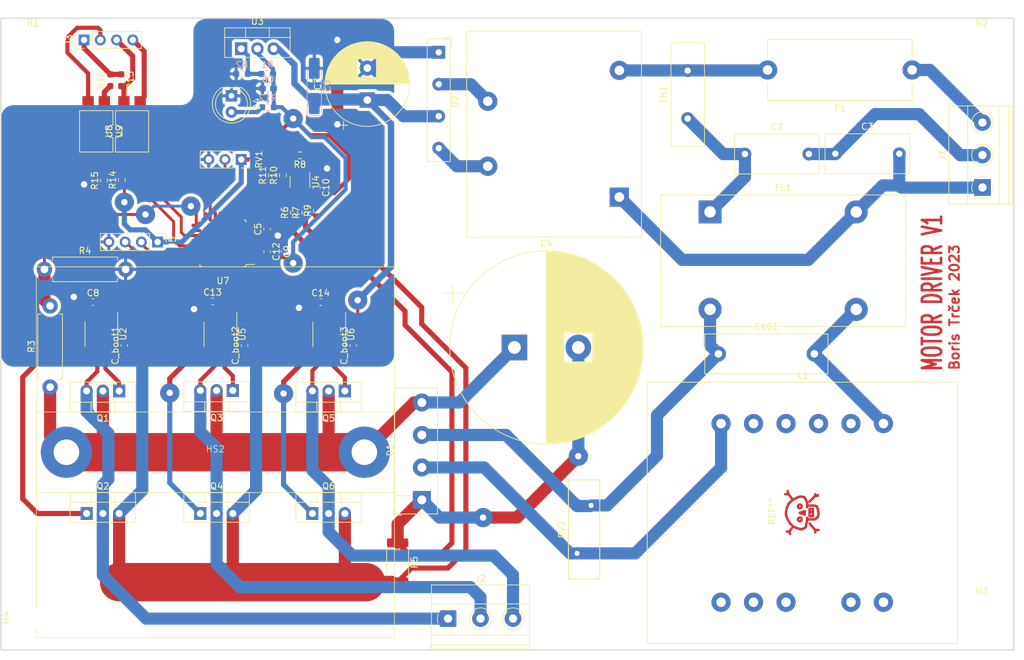
<source format=kicad_pcb>
(kicad_pcb (version 20221018) (generator pcbnew)
  (layers (0 "F.Cu" signal) (31 "B.Cu" signal) (34 "B.Paste" user) (35 "F.Paste" user) (36 "B.SilkS" user "B.Silkscreen") (37 "F.SilkS" user "F.Silkscreen") (38 "B.Mask" user) (39 "F.Mask" user) (44 "Edge.Cuts" user))
  (net 0 "")
  (net 1 "Earth")
  (net 2 "NEUT")
  (net 3 "DC_bus+")
  (net 4 "/shunt-")
  (net 5 "GND")
  (net 6 "Net-(U7-NRST)")
  (net 7 "+3.3V")
  (net 8 "+12V")
  (net 9 "Net-(C101-Pad1)")
  (net 10 "Net-(C101-Pad2)")
  (net 11 "Net-(U2-V_BOOT)")
  (net 12 "/half bridge/OUT")
  (net 13 "Net-(U5-V_BOOT)")
  (net 14 "/half bridge1/OUT")
  (net 15 "Net-(U6-V_BOOT)")
  (net 16 "/half bridge2/OUT")
  (net 17 "Net-(T1-SB)")
  (net 18 "Net-(T1-SA)")
  (net 19 "LINE")
  (net 20 "Net-(Q1-G)")
  (net 21 "Net-(Q2-G)")
  (net 22 "Net-(Q3-G)")
  (net 23 "Net-(Q4-G)")
  (net 24 "Net-(Q5-G)")
  (net 25 "Net-(Q6-G)")
  (net 26 "Net-(U3-ADJ)")
  (net 27 "/DC_bus_voltage")
  (net 28 "Net-(U4--)")
  (net 29 "Net-(U4-+)")
  (net 30 "/I_sense")
  (net 31 "/drive_U_N")
  (net 32 "/drive_U_P")
  (net 33 "/drive_V_N")
  (net 34 "/drive_V_P")
  (net 35 "/drive_W_N")
  (net 36 "/drive_W_P")
  (net 48 "/UART_RX")
  (net 50 "/UART_TX")
  (net 51 "/SWDIO")
  (net 52 "/SWCLK")
  (net 53 "/shunt+")
  (net 54 "Net-(D4-A)")
  (net 55 "Net-(J1-Pin_3)")
  (net 56 "Net-(D1-Pad2)")
  (net 57 "Net-(C2-Pad1)")
  (net 58 "Net-(U7-PB0)")
  (net 63 "Net-(J3-Pin_1)")
  (net 64 "Net-(J3-Pin_2)")
  (net 65 "Net-(J3-Pin_3)")
  (net 66 "Net-(J3-Pin_4)")
  (net 67 "Net-(R14-Pad2)")
  (net 68 "Net-(R16-Pad1)")
  (footprint "Capacitor_SMD:C_0603_1608Metric_Pad1.08x0.95mm_HandSolder" (layer "F.Cu") (at 77.4 71.1 90)
    (fp_text reference "C_boot1")
    (fp_text value "C")
  )
  (footprint "Package_SO:SO-8_3.9x4.9mm_P1.27mm" (layer "F.Cu") (at 92.429 69.34375 -90)
    (fp_text reference "U5")
    (fp_text value "L6388")
  )
  (footprint "Resistor_SMD:R_0603_1608Metric_Pad0.98x0.95mm_HandSolder" (layer "F.Cu") (at 100.4676 44.4705 90)
    (fp_text reference "R11")
    (fp_text value "R")
  )
  (footprint "Resistor_SMD:R_0603_1608Metric_Pad0.98x0.95mm_HandSolder" (layer "F.Cu") (at 77 45.2 90)
    (fp_text reference "R14")
    (fp_text value "R")
  )
  (footprint "Capacitor_SMD:C_0603_1608Metric_Pad1.08x0.95mm_HandSolder" (layer "F.Cu") (at 101.425 56.4 -90)
    (fp_text reference "C9")
    (fp_text value "100n")
  )
  (footprint "myLib:heatsink_56x58" (layer "F.Cu") (at 91.635 87.78225)
    (fp_text reference "HS2")
    (fp_text value "Heatsink_Pad")
  )
  (footprint "Package_TO_SOT_THT:TO-220-3_Vertical" (layer "F.Cu") (at 76.581 78.20125 180)
    (fp_text reference "Q1")
    (fp_text value "Q_NIGBT_GCE")
  )
  (footprint "Resistor_SMD:R_0603_1608Metric_Pad0.98x0.95mm_HandSolder" (layer "F.Cu") (at 75.2 29.6 90)
    (fp_text reference "R16")
    (fp_text value "R")
  )
  (footprint "Capacitor_THT:CP_Radial_D30.0mm_P10.00mm_SnapIn" (layer "F.Cu") (at 138.4 71.4)
    (fp_text reference "C4")
    (fp_text value "330u")
  )
  (footprint "Capacitor_SMD:C_0603_1608Metric_Pad1.08x0.95mm_HandSolder" (layer "F.Cu") (at 107.5 46.4 -90)
    (fp_text reference "C10")
    (fp_text value "100n")
  )
  (footprint "Varistor:RV_Disc_D15.5mm_W4.9mm_P7.5mm" (layer "F.Cu") (at 150.4 96.1 -90)
    (fp_text reference "RV2")
    (fp_text value "Varistor")
  )
  (footprint "Diode_THT:Diode_Bridge_Vishay_KBL" (layer "F.Cu") (at 123.925 95.23975 90)
    (fp_text reference "D1")
    (fp_text value "D_Bridge_-AA+")
  )
  (footprint "Resistor_SMD:R_0603_1608Metric_Pad0.98x0.95mm_HandSolder" (layer "F.Cu") (at 105.7 50.3125 90)
    (fp_text reference "R7")
    (fp_text value "1k")
  )
  (footprint "Diode_THT:Diode_Bridge_19.0x3.5x10.0mm_P5.0mm" (layer "F.Cu") (at 126.565122 25.233183 -90)
    (fp_text reference "D2")
    (fp_text value "D_Bridge_+A-A")
  )
  (footprint "TerminalBlock_Phoenix:TerminalBlock_Phoenix_MKDS-1,5-3-5.08_1x03_P5.08mm_Horizontal" (layer "F.Cu") (at 211.6 46.38 90)
    (fp_text reference "J1")
    (fp_text value "PWR IN")
  )
  (footprint "Resistor_SMD:R_0603_1608Metric_Pad0.98x0.95mm_HandSolder" (layer "F.Cu") (at 76.9 29.6 -90)
    (fp_text reference "R13")
    (fp_text value "R")
  )
  (footprint "Package_TO_SOT_THT:TO-220-3_Vertical" (layer "F.Cu") (at 106.807 97.36325)
    (fp_text reference "Q6")
    (fp_text value "Q_NIGBT_GCE")
  )
  (footprint "Capacitor_THT:C_Rect_L13.0mm_W6.0mm_P10.00mm_FKS3_FKP3_MKS4" (layer "F.Cu") (at 174.451 41.148)
    (fp_text reference "C2")
    (fp_text value "4.7n")
  )
  (footprint "Resistor_THT:R_Axial_DIN0411_L9.9mm_D3.6mm_P12.70mm_Horizontal" (layer "F.Cu") (at 64.897 59.182)
    (fp_text reference "R4")
    (fp_text value "3k3")
  )
  (footprint "Package_TO_SOT_THT:TO-220-3_Vertical" (layer "F.Cu") (at 71.501 97.36325)
    (fp_text reference "Q2")
    (fp_text value "Q_NIGBT_GCE")
  )
  (footprint "Resistor_SMD:R_2512_6332Metric_Pad1.40x3.35mm_HandSolder" (layer "F.Cu") (at 120.142 105.0036 -90)
    (fp_text reference "R5")
    (fp_text value "50m")
  )
  (footprint "Capacitor_SMD:C_0603_1608Metric_Pad1.08x0.95mm_HandSolder" (layer "F.Cu") (at 96.2 71.1 90)
    (fp_text reference "C_boot2")
    (fp_text value "C")
  )
  (footprint "MountingHole:MountingHole_3.2mm_M3" (layer "F.Cu") (at 63.1 113.7 90)
    (fp_text reference "H4")
    (fp_text value "MountingHole")
  )
  (footprint "Capacitor_SMD:C_0603_1608Metric_Pad1.08x0.95mm_HandSolder" (layer "F.Cu") (at 91.2 64.2)
    (fp_text reference "C13")
    (fp_text value "100n")
  )
  (footprint "myLib:transformer_12V" (layer "F.Cu") (at 142.875 48.895 180)
    (fp_text reference "T1")
    (fp_text value "Transformer_1P_1S")
  )
  (footprint "Resistor_SMD:R_0603_1608Metric_Pad0.98x0.95mm_HandSolder" (layer "F.Cu") (at 107.5 50 90)
    (fp_text reference "R9")
    (fp_text value "R")
  )
  (footprint "LED_THT:LED_D5.0mm" (layer "F.Cu") (at 94.1475 32.038 -90)
    (fp_text reference "D4")
    (fp_text value "LED_Filled")
  )
  (footprint "Resistor_SMD:R_0603_1608Metric_Pad0.98x0.95mm_HandSolder" (layer "F.Cu") (at 104.8516 41.3545 180)
    (fp_text reference "R8")
    (fp_text value "R")
  )
  (footprint "MountingHole:MountingHole_3.2mm_M3" (layer "F.Cu") (at 211.5 113.7)
    (fp_text reference "H3")
    (fp_text value "MountingHole")
  )
  (footprint "Capacitor_SMD:C_0603_1608Metric_Pad1.08x0.95mm_HandSolder" (layer "F.Cu") (at 108.1 64.3)
    (fp_text reference "C14")
    (fp_text value "100n")
  )
  (footprint "Symbol:Symbol_Danger_CopperTop_Small" (layer "F.Cu") (at 183.42 97.27 90)
    (fp_text reference "REF**")
    (fp_text value "Symbol_Danger_CopperTop_Small")
  )
  (footprint "Inductor_THT:L_CommonMode_Toroid_Vertical_L38.1mm_W20.3mm_Px15.24mm_Py22.86mm_Bourns_8100" (layer "F.Cu") (at 169 50.2)
    (fp_text reference "FL1")
    (fp_text value "Filter_EMI_LL")
  )
  (footprint "NetTie:NetTie-2_SMD_Pad2.0mm" (layer "F.Cu") (at 117.2 108.1024 180)
    (fp_text reference "NT1" hide)
    (fp_text value "NetTie_2" hide)
  )
  (footprint "Resistor_SMD:R_0603_1608Metric_Pad0.98x0.95mm_HandSolder" (layer "F.Cu") (at 103.922 50.3125 90)
    (fp_text reference "R6")
    (fp_text value "1k")
  )
  (footprint "TerminalBlock_Phoenix:TerminalBlock_Phoenix_MKDS-1,5-3-5.08_1x03_P5.08mm_Horizontal" (layer "F.Cu") (at 128.02 113.8)
    (fp_text reference "J2")
    (fp_text value "MOTOR")
  )
  (footprint "MountingHole:MountingHole_3.2mm_M3" (layer "F.Cu") (at 211.5 24.9)
    (fp_text reference "H2")
    (fp_text value "MountingHole")
  )
  (footprint "Package_TO_SOT_THT:TO-220-3_Vertical" (layer "F.Cu") (at 94.361 78.13025 180)
    (fp_text reference "Q3")
    (fp_text value "Q_NIGBT_GCE")
  )
  (footprint "Connector_PinHeader_2.54mm:PinHeader_1x04_P2.54mm_Vertical" (layer "F.Cu") (at 82.6 54.9 -90)
    (fp_text reference "J5")
    (fp_text value "SWD")
  )
  (footprint "Fuse:Fuseholder_Cylinder-5x20mm_Stelvio-Kontek_PTF78_Horizontal_Open" (layer "F.Cu") (at 200.6 28 180)
    (fp_text reference "F1")
    (fp_text value "Fuse")
  )
  (footprint "Capacitor_SMD:C_0603_1608Metric_Pad1.08x0.95mm_HandSolder" (layer "F.Cu") (at 99.725 56.4 -90)
    (fp_text reference "C12")
    (fp_text value "4u7")
  )
  (footprint "Package_DIP:SMDIP-4_W9.53mm_Clearance8mm" (layer "F.Cu") (at 78.6 37.6 90)
    (fp_text reference "U8")
    (fp_text value "SFH617A-1X007T")
  )
  (footprint "Resistor_THT:R_Axial_DIN0411_L9.9mm_D3.6mm_P12.70mm_Horizontal" (layer "F.Cu") (at 65.786 77.597 90)
    (fp_text reference "R3")
    (fp_text value "390k")
  )
  (footprint "Capacitor_THT:C_Disc_D16.0mm_W5.0mm_P7.50mm" (layer "F.Cu") (at 165.5 35.6 90)
    (fp_text reference "TH1")
    (fp_text value "Thermistor_NTC")
  )
  (footprint "Connector_PinHeader_2.54mm:PinHeader_1x04_P2.54mm_Vertical" (layer "F.Cu") (at 71.1 23.3 90)
    (fp_text reference "J3")
    (fp_text value "Conn_01x04_Pin")
  )
  (footprint "Package_DIP:SMDIP-4_W9.53mm_Clearance8mm" (layer "F.Cu") (at 73 37.6 -90)
    (fp_text reference "U9")
    (fp_text value "SFH617A-1X007T")
  )
  (footprint "myLib:Coil_40x48" (layer "F.Cu") (at 175.8 83.3)
    (fp_text reference "L1")
    (fp_text value "L_Iron")
  )
  (footprint "Package_QFP:LQFP-32_7x7mm_P0.8mm" (layer "F.Cu") (at 92.825 55.1 180)
    (fp_text reference "U7")
    (fp_text value "STM32G030K6Tx")
  )
  (footprint "Package_TO_SOT_SMD:TSOT-23-5_HandSoldering" (layer "F.Cu") (at 104.8872 45.4865 -90)
    (fp_text reference "U4")
    (fp_text value "MCP6006")
  )
  (footprint "Capacitor_SMD:C_0603_1608Metric_Pad1.08x0.95mm_HandSolder" (layer "F.Cu") (at 99.725 52.9 90)
    (fp_text reference "C5")
    (fp_text value "100n")
  )
  (footprint "Capacitor_SMD:C_0603_1608Metric_Pad1.08x0.95mm_HandSolder" (layer "F.Cu") (at 72.5 64.3)
    (fp_text reference "C8")
    (fp_text value "100n")
  )
  (footprint "Resistor_SMD:R_0603_1608Metric_Pad0.98x0.95mm_HandSolder" (layer "F.Cu") (at 102.1948 44.4705 90)
    (fp_text reference "R10")
    (fp_text value "R")
  )
  (footprint "Package_TO_SOT_THT:TO-220-3_Vertical" (layer "F.Cu") (at 95.6715 24.677)
    (fp_text reference "U3")
    (fp_text value "LM317_TO-220")
  )
  (footprint "Package_SO:SO-8_3.9x4.9mm_P1.27mm" (layer "F.Cu") (at 109.447 69.34375 -90)
    (fp_text reference "U6")
    (fp_text value "L6388")
  )
  (footprint "Capacitor_THT:C_Rect_L19.0mm_W6.0mm_P15.00mm_MKS4" (layer "F.Cu") (at 170.3 72.4)
    (fp_text reference "C101")
    (fp_text value "0.1u")
  )
  (footprint "Capacitor_SMD:C_0603_1608Metric_Pad1.08x0.95mm_HandSolder" (layer "F.Cu") (at 113.2 71.1 90)
    (fp_text reference "C_boot3")
    (fp_text value "C")
  )
  (footprint "Package_TO_SOT_THT:TO-220-3_Vertical" (layer "F.Cu") (at 89.281 97.36325)
    (fp_text reference "Q4")
    (fp_text value "Q_NIGBT_GCE")
  )
  (footprint "Capacitor_THT:C_Rect_L13.0mm_W6.0mm_P10.00mm_FKS3_FKP3_MKS4" (layer "F.Cu") (at 188.6 41.1)
    (fp_text reference "C3")
    (fp_text value "4.7n")
  )
  (footprint "Package_TO_SOT_THT:TO-220-3_Vertical" (layer "F.Cu") (at 111.887 78.20125 180)
    (fp_text reference "Q5")
    (fp_text value "Q_NIGBT_GCE")
  )
  (footprint "Connector_PinSocket_2.54mm:PinSocket_1x03_P2.54mm_Vertical" (layer "F.Cu") (at 95.68 42 -90)
    (fp_text reference "RV1")
    (fp_text value "10k")
  )
  (footprint "Resistor_SMD:R_0603_1608Metric_Pad0.98x0.95mm_HandSolder" (layer "F.Cu") (at 74.2 45.3 90)
    (fp_text reference "R15")
    (fp_text value "R")
  )
  (footprint "MountingHole:MountingHole_3.2mm_M3" (layer "F.Cu") (at 63.1 24.9)
    (fp_text reference "H1")
    (fp_text value "MountingHole")
  )
  (footprint "Package_SO:SO-8_3.9x4.9mm_P1.27mm" (layer "F.Cu") (at 73.8 69.3 -90)
    (fp_text reference "U2")
    (fp_text value "L6388")
  )
  (footprint "Capacitor_THT:CP_Radial_D13.0mm_P5.00mm" (layer "F.Cu") (at 115.4 32.7 90)
    (fp_text reference "C7")
    (fp_text value "C_Polarized")
  )
  (footprint "Resistor_SMD:R_0603_1608Metric_Pad0.98x0.95mm_HandSolder" (layer "B.Cu") (at 99.8625 33.821 180)
    (fp_text reference "R12")
    (fp_text value "R")
  )
  (footprint "Resistor_SMD:R_0603_1608Metric_Pad0.98x0.95mm_HandSolder" (layer "B.Cu") (at 99.7355 28.614 180)
    (fp_text reference "R1")
    (fp_text value "10k")
  )
  (footprint "Diode_SMD:D_MiniMELF_Handsoldering" (layer "B.Cu") (at 107.1 30.5 90)
    (fp_text reference "D3")
    (fp_text value "D_Zener_Filled")
  )
  (footprint "Capacitor_SMD:C_0603_1608Metric_Pad1.08x0.95mm_HandSolder" (layer "B.Cu") (at 99.8625 30.9 180)
    (fp_text reference "C6")
    (fp_text value "1u")
  )
  (footprint "Resistor_SMD:R_0603_1608Metric_Pad0.98x0.95mm_HandSolder" (layer "B.Cu") (at 95.7985 28.614 180)
    (fp_text reference "R2")
    (fp_text value "12k")
  )
  (gr_rect (start 58.1 19.9) (end 216.511 118.7) (stroke (width 0.15)) (fill none) (layer "Edge.Cuts"))
  (gr_text "MOTOR DRIVER V1\n" (at 202 75.3 90) (layer "F.Cu") (effects (font (size 3 1.8) (thickness 0.4) bold) (justify left top)))
  (gr_text "Boris Trček 2023" (at 208.1 75.1 90) (layer "F.Cu") (effects (font (size 1.5 1.5) (thickness 0.3) bold) (justify left bottom)))
  (segment (start 211.6 41.3) (end 211.58 41.32) (width 1.9) (layer "B.Cu") (net 1))
  (segment (start 187.8 41.148) (end 188.552 41.148) (width 1.9) (layer "B.Cu") (net 1))
  (segment (start 211.58 41.32) (end 208.12 41.32) (width 1.9) (layer "B.Cu") (net 1))
  (segment (start 184.451 41.148) (end 187.8 41.148) (width 1.9) (layer "B.Cu") (net 1))
  (segment (start 194.8 34.9) (end 188.6 41.1) (width 1.9) (layer "B.Cu") (net 1))
  (segment (start 188.552 41.148) (end 188.6 41.1) (width 1.9) (layer "B.Cu") (net 1))
  (segment (start 201.7 34.9) (end 194.8 34.9) (width 1.9) (layer "B.Cu") (net 1))
  (segment (start 208.12 41.32) (end 201.7 34.9) (width 1.9) (layer "B.Cu") (net 1))
  (segment (start 164.634 57.7) (end 154.813 47.879) (width 1.9) (layer "B.Cu") (net 2))
  (segment (start 198.6 46.06) (end 196 46.06) (width 1.9) (layer "B.Cu") (net 2))
  (segment (start 196 46.06) (end 191.86 50.2) (width 1.9) (layer "B.Cu") (net 2))
  (segment (start 198.94 46.4) (end 198.6 46.06) (width 1.9) (layer "B.Cu") (net 2))
  (segment (start 184.36 57.7) (end 164.634 57.7) (width 1.9) (layer "B.Cu") (net 2))
  (segment (start 198.6 41.1) (end 198.6 46.06) (width 1.9) (layer "B.Cu") (net 2))
  (segment (start 211.58 46.4) (end 198.94 46.4) (width 1.9) (layer "B.Cu") (net 2))
  (segment (start 191.86 50.2) (end 184.36 57.7) (width 1.9) (layer "B.Cu") (net 2))
  (segment (start 211.6 46.38) (end 211.58 46.4) (width 1.9) (layer "B.Cu") (net 2))
  (segment (start 109.855 87.78225) (end 91.821 87.78225) (width 6) (layer "F.Cu") (net 3))
  (segment (start 74.549 87.78225) (end 68.335 87.78225) (width 6) (layer "F.Cu") (net 3))
  (segment (start 109.347 78.20125) (end 109.347 87.27425) (width 1.9) (layer "F.Cu") (net 3))
  (segment (start 65.786 85.23325) (end 68.335 87.78225) (width 1.9) (layer "F.Cu") (net 3))
  (segment (start 123.925 79.99975) (end 122.7175 79.99975) (width 1.9) (layer "F.Cu") (net 3))
  (segment (start 74.041 87.27425) (end 74.549 87.78225) (width 2) (layer "F.Cu") (net 3))
  (segment (start 91.821 78.13025) (end 91.821 87.78225) (width 1.9) (layer "F.Cu") (net 3))
  (segment (start 74.041 78.20125) (end 74.041 87.27425) (width 1.9) (layer "F.Cu") (net 3))
  (segment (start 91.821 87.78225) (end 74.549 87.78225) (width 6) (layer "F.Cu") (net 3))
  (segment (start 122.7175 79.99975) (end 114.935 87.78225) (width 1.9) (layer "F.Cu") (net 3))
  (segment (start 65.786 77.597) (end 65.786 85.23325) (width 1.9) (layer "F.Cu") (net 3))
  (segment (start 109.347 87.27425) (end 109.855 87.78225) (width 2) (layer "F.Cu") (net 3))
  (segment (start 114.935 87.78225) (end 109.855 87.78225) (width 6) (layer "F.Cu") (net 3))
  (segment (start 129.80025 79.99975) (end 138.4 71.4) (width 1.9) (layer "B.Cu") (net 3))
  (segment (start 123.925 79.99975) (end 129.80025 79.99975) (width 1.9) (layer "B.Cu") (net 3))
  (segment (start 113.8752 58.3) (end 108.8 58.3) (width 0.8) (layer "F.Cu") (net 4))
  (segment (start 122.1884 104) (end 126.6 104) (width 0.8) (layer "F.Cu") (net 4))
  (segment (start 120.142 101.9536) (end 122.1884 104) (width 0.8) (layer "F.Cu") (net 4))
  (segment (start 133.5 98) (end 138.8 98) (width 1.9) (layer "F.Cu") (net 4))
  (segment (start 108.8 58.3) (end 103.922 53.422) (width 0.8) (layer "F.Cu") (net 4))
  (segment (start 120.142 99.02275) (end 120.142 101.9536) (width 1.9) (layer "F.Cu") (net 4))
  (segment (start 121.3 65.7248) (end 113.8752 58.3) (width 0.8) (layer "F.Cu") (net 4))
  (segment (start 103.922 53.422) (end 103.922 51.225) (width 0.8) (layer "F.Cu") (net 4))
  (segment (start 128.6256 75.2256) (end 121.3 67.9) (width 0.8) (layer "F.Cu") (net 4))
  (segment (start 128.6256 101.9744) (end 128.6256 75.2256) (width 0.8) (layer "F.Cu") (net 4))
  (segment (start 123.925 95.23975) (end 120.142 99.02275) (width 1.9) (layer "F.Cu") (net 4))
  (segment (start 126.6 104) (end 128.6256 101.9744) (width 0.8) (layer "F.Cu") (net 4))
  (segment (start 138.8 98) (end 148.4 88.4) (width 1.9) (layer "F.Cu") (net 4))
  (segment (start 121.3 67.9) (end 121.3 65.7248) (width 0.8) (layer "F.Cu") (net 4))
  (via (at 148.4 88.4) (size 3) (drill 1) (layers "F.Cu" "B.Cu") (net 4))
  (via (at 133.5 98) (size 3) (drill 1) (layers "F.Cu" "B.Cu") (net 4))
  (segment (start 148.4 88.4) (end 148.4 71.4) (width 1.9) (layer "B.Cu") (net 4))
  (segment (start 126.68525 98) (end 123.925 95.23975) (width 1.9) (layer "B.Cu") (net 4))
  (segment (start 133.5 98) (end 126.68525 98) (width 1.9) (layer "B.Cu") (net 4))
  (segment (start 71.73 45.27) (end 71.1 45.9) (width 0.8) (layer "F.Cu") (net 5))
  (segment (start 71.982 64.6445) (end 71.6375 64.3) (width 0.45) (layer "F.Cu") (net 5))
  (segment (start 104.8872 43.7765) (end 104.8872 45.0015) (width 0.45) (layer "F.Cu") (net 5))
  (segment (start 107.2375 64.3) (end 105.6 64.3) (width 0.65) (layer "F.Cu") (net 5))
  (segment (start 104.8872 42.2314) (end 105.7641 41.3545) (width 0.45) (layer "F.Cu") (net 5))
  (segment (start 99.725 53.7625) (end 99.725 55.5375) (width 0.45) (layer "F.Cu") (net 5))
  (segment (start 107.5 45) (end 109.1 43.4) (width 0.65) (layer "F.Cu") (net 5))
  (segment (start 104.8872 45.0015) (end 105.4232 45.5375) (width 0.45) (layer "F.Cu") (net 5))
  (segment (start 107.542 64.6045) (end 107.2375 64.3) (width 0.45) (layer "F.Cu") (net 5))
  (segment (start 97 54.7) (end 98.8875 54.7) (width 0.45) (layer "F.Cu") (net 5))
  (segment (start 104.8872 43.7765) (end 104.8872 42.2314) (width 0.45) (layer "F.Cu") (net 5))
  (segment (start 107.542 66.76875) (end 107.542 64.6045) (width 0.45) (layer "F.Cu") (net 5))
  (segment (start 69.5 63.5) (end 70.3 64.3) (width 0.65) (layer "F.Cu") (net 5))
  (segment (start 76.581 97.36325) (end 76.581 108.1024) (width 1.9) (layer "F.Cu") (net 5))
  (segment (start 98.8875 54.7) (end 99.725 55.5375) (width 0.45) (layer "F.Cu") (net 5))
  (segment (start 89.5 64.2) (end 90.3375 64.2) (width 0.65) (layer "F.Cu") (net 5))
  (segment (start 115.2 108.1024) (end 76.581 108.1024) (width 6) (layer "F.Cu") (net 5))
  (segment (start 110.7 36.5) (end 110.7 23.3) (width 1.9) (layer "F.Cu") (net 5))
  (segment (start 105.4232 45.5375) (end 107.5 45.5375) (width 0.45) (layer "F.Cu") (net 5))
  (segment (start 101.425 53.925) (end 101.4 53.9) (width 0.65) (layer "F.Cu") (net 5))
  (segment (start 88.3 65.4) (end 89.5 64.2) (width 0.65) (layer "F.Cu") (net 5))
  (segment (start 107.5 45.5375) (end 107.5 45) (width 0.65) (layer "F.Cu") (net 5))
  (segment (start 71.73 42.365) (end 71.73 45.27) (width 0.8) (layer "F.Cu") (net 5))
  (segment (start 90.524 66.76875) (end 90.524 64.3865) (width 0.45) (layer "F.Cu") (net 5))
  (segment (start 101.425 55.5375) (end 101.425 53.925) (width 0.65) (layer "F.Cu") (net 5))
  (segment (start 111.887 97.36325) (end 111.887 108.1024) (width 1.9) (layer "F.Cu") (net 5))
  (segment (start 70.3 64.3) (end 71.6375 64.3) (width 0.65) (layer "F.Cu") (net 5))
  (segment (start 90.524 64.3865) (end 90.3375 64.2) (width 0.45) (layer "F.Cu") (net 5))
  (segment (start 105.6 64.3) (end 104.7 65.2) (width 0.65) (layer "F.Cu") (net 5))
  (segment (start 71.982 66.638) (end 71.982 64.6445) (width 0.45) (layer "F.Cu") (net 5))
  (segment (start 71.895 66.725) (end 71.982 66.638) (width 0.45) (layer "F.Cu") (net 5))
  (segment (start 101.425 55.5375) (end 99.725 55.5375) (width 0.45) (layer "F.Cu") (net 5))
  (segment (start 94.361 97.36325) (end 94.361 108.1024) (width 1.9) (layer "F.Cu") (net 5))
  (via (at 88.3 65.4) (size 3) (drill 1) (layers "F.Cu" "B.Cu") (net 5))
  (via (at 69.5 63.5) (size 3) (drill 1) (layers "F.Cu" "B.Cu") (net 5))
  (via (at 110.7 23.3) (size 3) (drill 1) (layers "F.Cu" "B.Cu") (net 5))
  (via (at 104.7 65.2) (size 3) (drill 1) (layers "F.Cu" "B.Cu") (net 5))
  (via (at 71.1 45.9) (size 3) (drill 1) (layers "F.Cu" "B.Cu") (net 5))
  (via (at 110.7 36.5) (size 3) (drill 1) (layers "F.Cu" "B.Cu") (net 5))
  (via (at 109.1 43.4) (size 3) (drill 1) (layers "F.Cu" "B.Cu") (net 5))
  (via (at 101.4 53.9) (size 3) (drill 1) (layers "F.Cu" "B.Cu") (net 5))
  (segment (start 116.915216 27.7) (end 119.382033 25.233183) (width 1.9) (layer "B.Cu") (net 5))
  (segment (start 94.361 97.36325) (end 98 93.72425) (width 1.9) (layer "B.Cu") (net 5))
  (segment (start 80.2 93.74425) (end 80.2 72.7) (width 1.9) (layer "B.Cu") (net 5))
  (segment (start 119.382033 25.233183) (end 126.565122 25.233183) (width 1.9) (layer "B.Cu") (net 5))
  (segment (start 76.581 97.36325) (end 80.2 93.74425) (width 1.9) (layer "B.Cu") (net 5))
  (segment (start 115.4 27.7) (end 116.915216 27.7) (width 1.9) (layer "B.Cu") (net 5))
  (segment (start 98 93.72425) (end 98 74.2) (width 1.9) (layer "B.Cu") (net 5))
  (segment (start 98.5 53.5) (end 98.1 53.9) (width 0.45) (layer "F.Cu") (net 6))
  (segment (start 98.1 53.9) (end 97 53.9) (width 0.45) (layer "F.Cu") (net 6))
  (segment (start 99.725 52.0375) (end 99.3625 52.0375) (width 0.45) (layer "F.Cu") (net 6))
  (segment (start 99.3625 52.0375) (end 98.5 52.9) (width 0.45) (layer "F.Cu") (net 6))
  (segment (start 98.5 52.9) (end 98.5 53.5) (width 0.45) (layer "F.Cu") (net 6))
  (segment (start 77.4 48.6755) (end 77.4 46.5125) (width 0.45) (layer "F.Cu") (net 7))
  (segment (start 103.8 35.6) (end 97.4 42) (width 0.65) (layer "F.Cu") (net 7))
  (segment (start 74.3 46.1125) (end 74.2 46.2125) (width 0.45) (layer "F.Cu") (net 7))
  (segment (start 107.434 47.1965) (end 107.5 47.2625) (width 0.45) (layer "F.Cu") (net 7))
  (segment (start 77.4 46.5125) (end 77 46.1125) (width 0.45) (layer "F.Cu") (net 7))
  (segment (start 109.4 38.2) (end 112.5 41.3) (width 0.65) (layer "F.Cu") (net 7))
  (segment (start 103.8 35.6) (end 106.4 38.2) (width 0.65) (layer "F.Cu") (net 7))
  (segment (start 105.8372 47.1965) (end 107.434 47.1965) (width 0.45) (layer "F.Cu") (net 7))
  (segment (start 77 46.1125) (end 74.3 46.1125) (width 0.45) (layer "F.Cu") (net 7))
  (segment (start 112.5 45) (end 110.2375 47.2625) (width 0.65) (layer "F.Cu") (net 7))
  (segment (start 112.5 41.3) (end 112.5 45) (width 0.65) (layer "F.Cu") (net 7))
  (segment (start 97.4 42) (end 95.68 42) (width 0.65) (layer "F.Cu") (net 7))
  (segment (start 110.2375 47.2625) (end 107.5 47.2625) (width 0.65) (layer "F.Cu") (net 7))
  (segment (start 99.725 57.2625) (end 99.725 57.225) (width 0.45) (layer "F.Cu") (net 7))
  (segment (start 98 55.5) (end 97 55.5) (width 0.45) (layer "F.Cu") (net 7))
  (segment (start 101.425 57.2625) (end 102.8625 57.2625) (width 0.65) (layer "F.Cu") (net 7))
  (segment (start 102.8625 57.2625) (end 103.8 58.2) (width 0.65) (layer "F.Cu") (net 7))
  (segment (start 106.4 38.2) (end 109.4 38.2) (width 0.65) (layer "F.Cu") (net 7))
  (segment (start 101.425 57.2625) (end 99.725 57.2625) (width 0.45) (layer "F.Cu") (net 7))
  (segment (start 107.5 49.0875) (end 107.5 47.2625) (width 0.8) (layer "F.Cu") (net 7))
  (segment (start 99.725 57.225) (end 98 55.5) (width 0.45) (layer "F.Cu") (net 7))
  (via (at 103.8 35.6) (size 3) (drill 1) (layers "F.Cu" "B.Cu") (net 7))
  (via (at 77.4 48.6755) (size 3) (drill 1) (layers "F.Cu" "B.Cu") (net 7))
  (via (at 103.8 58.2) (size 3) (drill 1) (layers "F.Cu" "B.Cu") (net 7))
  (segment (start 100.775 30.95) (end 100.725 30.9) (width 0.65) (layer "B.Cu") (net 7))
  (segment (start 100.725 28.691) (end 100.648 28.614) (width 0.65) (layer "B.Cu") (net 7))
  (segment (start 108.7 38.5) (end 106.7 38.5) (width 0.65) (layer "B.Cu") (net 7))
  (segment (start 103.8 58.2) (end 103.8 54.9) (width 0.65) (layer "B.Cu") (net 7))
  (segment (start 95.68 45.62) (end 95.68 42) (width 0.8) (layer "B.Cu") (net 7))
  (segment (start 100.725 30.9) (end 100.725 28.691) (width 0.65) (layer "B.Cu") (net 7))
  (segment (start 77.4 52.1) (end 77.4 48.6755) (width 0.8) (layer "B.Cu") (net 7))
  (segment (start 100.775 33.821) (end 102.021 33.821) (width 0.65) (layer "B.Cu") (net 7))
  (segment (start 102.021 33.821) (end 103.8 35.6) (width 0.65) (layer "B.Cu") (net 7))
  (segment (start 98.2115 25.4115) (end 98.2115 24.677) (width 0.65) (layer "B.Cu") (net 7))
  (segment (start 78.3 53) (end 77.4 52.1) (width 0.8) (layer "B.Cu") (net 7))
  (segment (start 100.648 27.848) (end 98.2115 25.4115) (width 0.65) (layer "B.Cu") (net 7))
  (segment (start 86.4 54.9) (end 95.68 45.62) (width 0.8) (layer "B.Cu") (net 7))
  (segment (start 100.775 33.821) (end 100.775 30.95) (width 0.65) (layer "B.Cu") (net 7))
  (segment (start 112 41.8) (end 108.7 38.5) (width 0.65) (layer "B.Cu") (net 7))
  (segment (start 103.8 54.9) (end 112 46.7) (width 0.65) (layer "B.Cu") (net 7))
  (segment (start 106.7 38.5) (end 103.8 35.6) (width 0.65) (layer "B.Cu") (net 7))
  (segment (start 80.1 53) (end 78.3 53) (width 0.8) (layer "B.Cu") (net 7))
  (segment (start 100.648 28.614) (end 100.648 27.848) (width 0.65) (layer "B.Cu") (net 7))
  (segment (start 82.6 54.9) (end 86.4 54.9) (width 0.8) (layer "B.Cu") (net 7))
  (segment (start 112 46.7) (end 112 41.8) (width 0.65) (layer "B.Cu") (net 7))
  (segment (start 82.6 54.9) (end 80.7 53) (width 0.8) (layer "B.Cu") (net 7))
  (segment (start 80.7 53) (end 80.1 53) (width 0.8) (layer "B.Cu") (net 7))
  (segment (start 108.812 68.05675) (end 108.8 68.06875) (width 0.45) (layer "F.Cu") (net 8))
  (segment (start 108.8 68.06875) (end 91.8 68.06875) (width 0.45) (layer "F.Cu") (net 8))
  (segment (start 91.794 68.06275) (end 91.8 68.06875) (width 0.45) (layer "F.Cu") (net 8))
  (segment (start 91.794 66.76875) (end 91.794 64.4685) (width 0.45) (layer "F.Cu") (net 8))
  (segment (start 108.812 64.4505) (end 108.9625 64.3) (width 0.45) (layer "F.Cu") (net 8))
  (segment (start 73.56875 68.06875) (end 73.165 67.665) (width 0.45) (layer "F.Cu") (net 8))
  (segment (start 73.252 66.638) (end 73.252 64.4105) (width 0.45) (layer "F.Cu") (net 8))
  (segment (start 112.2 68.1) (end 113.9 66.4) (width 0.45) (layer "F.Cu") (net 8))
  (segment (start 73.165 66.725) (end 73.252 66.638) (width 0.45) (layer "F.Cu") (net 8))
  (segment (start 91.794 64.4685) (end 92.0625 64.2) (width 0.45) (layer "F.Cu") (net 8))
  (segment (start 91.8 68.06875) (end 73.56875 68.06875) (width 0.45) (layer "F.Cu") (net 8))
  (segment (start 73.165 67.665) (end 73.165 66.725) (width 0.45) (layer "F.Cu") (net 8))
  (segment (start 112.16875 68.06875) (end 108.8 68.06875) (width 0.45) (layer "F.Cu") (net 8))
  (segment (start 108.812 66.76875) (end 108.812 64.4505) (width 0.45) (layer "F.Cu") (net 8))
  (segment (start 73.252 64.4105) (end 73.3625 64.3) (width 0.45) (layer "F.Cu") (net 8))
  (segment (start 112.2 68.1) (end 112.16875 68.06875) (width 0.45) (layer "F.Cu") (net 8))
  (segment (start 113.9 66.4) (end 113.9 64) (width 0.45) (layer "F.Cu") (net 8))
  (segment (start 91.794 66.76875) (end 91.794 68.06275) (width 0.45) (layer "F.Cu") (net 8))
  (segment (start 108.812 66.76875) (end 108.812 68.05675) (width 0.45) (layer "F.Cu") (net 8))
  (via (at 113.9 64) (size 3) (drill 1) (layers "F.Cu" "B.Cu") (net 8))
  (segment (start 101.477 24.677) (end 100.7515 24.677) (width 1) (layer "B.Cu") (net 8))
  (segment (start 104 30.1) (end 104 27.2) (width 1) (layer "B.Cu") (net 8))
  (segment (start 119.1 58.8) (end 119.1 36.4) (width 1) (layer "B.Cu") (net 8))
  (segment (start 115.4 32.7) (end 118.5 32.7) (width 1.9) (layer "B.Cu") (net 8))
  (segment (start 104 27.2) (end 101.477 24.677) (width 1) (layer "B.Cu") (net 8))
  (segment (start 118.5 32.7) (end 121.033183 35.233183) (width 1.9) (layer "B.Cu") (net 8))
  (segment (start 107.1 33.2) (end 104 30.1) (width 1) (layer "B.Cu") (net 8))
  (segment (start 119.1 36.4) (end 115.4 32.7) (width 1) (layer "B.Cu") (net 8))
  (segment (start 107.1 33.25) (end 107.1 33.2) (width 1) (layer "B.Cu") (net 8))
  (segment (start 115.315216 32.615216) (end 107.734784 32.615216) (width 1.9) (layer "B.Cu") (net 8))
  (segment (start 107.734784 32.615216) (end 107.1 33.25) (width 1.9) (layer "B.Cu") (net 8))
  (segment (start 121.033183 35.233183) (end 126.565122 35.233183) (width 1.9) (layer "B.Cu") (net 8))
  (segment (start 115.4 32.7) (end 115.315216 32.615216) (width 1.9) (layer "B.Cu") (net 8))
  (segment (start 113.9 64) (end 119.1 58.8) (width 1) (layer "B.Cu") (net 8))
  (segment (start 169 71.1) (end 169 65.44) (width 1.9) (layer "B.Cu") (net 9))
  (segment (start 170.3 72.4) (end 169 71.1) (width 1.9) (layer "B.Cu") (net 9))
  (segment (start 150.4 96.1) (end 152.9 96.1) (width 1.9) (layer "B.Cu") (net 9))
  (segment (start 137.07975 85.07975) (end 123.925 85.07975) (width 1.9) (layer "B.Cu") (net 9))
  (segment (start 148.2 96.2) (end 137.07975 85.07975) (width 1.9) (layer "B.Cu") (net 9))
  (segment (start 152.9 96.1) (end 160.7 88.3) (width 1.9) (layer "B.Cu") (net 9))
  (segment (start 170.3 72.4) (end 160.7 82) (width 1.9) (layer "B.Cu") (net 9))
  (segment (start 150.3 96.2) (end 148.2 96.2) (width 1.9) (layer "B.Cu") (net 9))
  (segment (start 160.7 82) (end 160.7 88.3) (width 1.9) (layer "B.Cu") (net 9))
  (segment (start 196.12 83.3) (end 196.12 83.22) (width 1.9) (layer "B.Cu") (net 10))
  (segment (start 185.3 72) (end 191.86 65.44) (width 1.9) (layer "B.Cu") (net 10))
  (segment (start 185.3 72.4) (end 185.3 72) (width 1.9) (layer "B.Cu") (net 10))
  (segment (start 196.12 83.22) (end 185.3 72.4) (width 1.9) (layer "B.Cu") (net 10))
  (segment (start 77.4 71.9625) (end 75.7925 71.9625) (width 0.8) (layer "F.Cu") (net 11))
  (segment (start 75.7925 71.9625) (end 75.705 71.875) (width 0.8) (layer "F.Cu") (net 11))
  (segment (start 73.165 75.14575) (end 71.501 76.80975) (width 0.65) (layer "F.Cu") (net 12))
  (segment (start 73.165 71.875) (end 73.165 70.735) (width 0.65) (layer "F.Cu") (net 12))
  (segment (start 73.6625 70.2375) (end 77.4 70.2375) (width 0.65) (layer "F.Cu") (net 12))
  (segment (start 71.501 76.80975) (end 71.501 78.20125) (width 0.65) (layer "F.Cu") (net 12))
  (segment (start 73.165 70.735) (end 73.6625 70.2375) (width 0.65) (layer "F.Cu") (net 12))
  (segment (start 73.165 71.875) (end 73.165 75.14575) (width 0.65) (layer "F.Cu") (net 12))
  (segment (start 80.8 113.8) (end 74.041 107.041) (width 1.9) (layer "B.Cu") (net 12))
  (segment (start 128.02 113.8) (end 80.8 113.8) (width 1.9) (layer "B.Cu") (net 12))
  (segment (start 74.041 102.841) (end 74.041 97.36325) (width 1.9) (layer "B.Cu") (net 12))
  (segment (start 74.041 97.36325) (end 74.041 92.859) (width 1.9) (layer "B.Cu") (net 12))
  (segment (start 74.9 92) (end 74.9 84.83475) (width 1.9) (layer "B.Cu") (net 12))
  (segment (start 74.041 92.859) (end 74.9 92) (width 1.9) (layer "B.Cu") (net 12))
  (segment (start 74.9 84.83475) (end 71.501 81.43575) (width 1.9) (layer "B.Cu") (net 12))
  (segment (start 71.501 81.43575) (end 71.501 78.20125) (width 1.9) (layer "B.Cu") (net 12))
  (segment (start 74.041 107.041) (end 74.041 97.36325) (width 1.9) (layer "B.Cu") (net 12))
  (segment (start 96.2 71.9625) (end 96.15625 71.91875) (width 0.8) (layer "F.Cu") (net 13))
  (segment (start 96.15625 71.91875) (end 94.334 71.91875) (width 0.8) (layer "F.Cu") (net 13))
  (segment (start 91.794 70.906) (end 91.794 71.91875) (width 0.65) (layer "F.Cu") (net 14))
  (segment (start 91.794 74.04275) (end 91.794 71.91875) (width 0.65) (layer "F.Cu") (net 14))
  (segment (start 89.281 78.13025) (end 89.281 76.55575) (width 0.65) (layer "F.Cu") (net 14))
  (segment (start 96.2 70.2375) (end 92.4625 70.2375) (width 0.65) (layer "F.Cu") (net 14))
  (segment (start 89.281 76.55575) (end 91.794 74.04275) (width 0.65) (layer "F.Cu") (net 14))
  (segment (start 92.4625 70.2375) (end 91.794 70.906) (width 0.65) (layer "F.Cu") (net 14))
  (segment (start 91.821 105.221) (end 91.821 97.36325) (width 1.9) (layer "B.Cu") (net 14))
  (segment (start 131.5 108.87425) (end 96.2 108.87425) (width 1.9) (layer "B.Cu") (net 14))
  (segment (start 96.2 108.87425) (end 95.47425 108.87425) (width 1.9) (layer "B.Cu") (net 14))
  (segment (start 91.821 87.121) (end 89.281 84.581) (width 1.9) (layer "B.Cu") (net 14))
  (segment (start 91.821 97.36325) (end 91.821 87.121) (width 1.9) (layer "B.Cu") (net 14))
  (segment (start 95.47425 108.87425) (end 91.821 105.221) (width 1.9) (layer "B.Cu") (net 14))
  (segment (start 133.1 110.47425) (end 131.5 108.87425) (width 1.9) (layer "B.Cu") (net 14))
  (segment (start 133.1 113.8) (end 133.1 110.47425) (width 1.9) (layer "B.Cu") (net 14))
  (segment (start 89.281 84.581) (end 89.281 78.13025) (width 1.9) (layer "B.Cu") (net 14))
  (segment (start 113.2 71.9625) (end 113.15625 71.91875) (width 0.8) (layer "F.Cu") (net 15))
  (segment (start 113.15625 71.91875) (end 111.352 71.91875) (width 0.8) (layer "F.Cu") (net 15))
  (segment (start 106.807 75.03175) (end 106.807 78.20125) (width 0.65) (layer "F.Cu") (net 16))
  (segment (start 108.812 70.788) (end 108.812 71.91875) (width 0.65) (layer "F.Cu") (net 16))
  (segment (start 108.812 71.91875) (end 108.812 73.02675) (width 0.65) (layer "F.Cu") (net 16))
  (segment (start 113.2 70.2375) (end 109.3625 70.2375) (width 0.65) (layer "F.Cu") (net 16))
  (segment (start 109.3625 70.2375) (end 108.812 70.788) (width 0.65) (layer "F.Cu") (net 16))
  (segment (start 108.812 73.02675) (end 106.807 75.03175) (width 0.65) (layer "F.Cu") (net 16))
  (segment (start 138.18 113.8) (end 138.18 106.98) (width 1.9) (layer "B.Cu") (net 16))
  (segment (start 109.347 100.247) (end 109.347 97.36325) (width 1.9) (layer "B.Cu") (net 16))
  (segment (start 109.347 97.36325) (end 109.347 93.147) (width 1.9) (layer "B.Cu") (net 16))
  (segment (start 135.1485 103.9485) (end 113.0485 103.9485) (width 1.9) (layer "B.Cu") (net 16))
  (segment (start 106.807 90.607) (end 106.807 78.20125) (width 1.9) (layer "B.Cu") (net 16))
  (segment (start 113.0485 103.9485) (end 109.347 100.247) (width 1.9) (layer "B.Cu") (net 16))
  (segment (start 138.18 106.98) (end 135.1485 103.9485) (width 1.9) (layer "B.Cu") (net 16))
  (segment (start 109.347 93.147) (end 106.807 90.607) (width 1.9) (layer "B.Cu") (net 16))
  (segment (start 129.384939 43.053) (end 134.239 43.053) (width 1.9) (layer "B.Cu") (net 17))
  (segment (start 126.565122 40.233183) (end 129.384939 43.053) (width 1.9) (layer "B.Cu") (net 17))
  (segment (start 126.565122 30.233183) (end 131.579183 30.233183) (width 1.9) (layer "B.Cu") (net 18))
  (segment (start 131.579183 30.233183) (end 134.239 32.893) (width 1.9) (layer "B.Cu") (net 18))
  (segment (start 154.813 28.067) (end 177.933 28.067) (width 1.9) (layer "B.Cu") (net 19))
  (segment (start 177.933 28.067) (end 178 28) (width 1.9) (layer "B.Cu") (net 19))
  (segment (start 74.435 71.875) (end 74.435 74.71775) (width 0.65) (layer "F.Cu") (net 20))
  (segment (start 76.581 76.86375) (end 76.581 78.20125) (width 0.65) (layer "F.Cu") (net 20))
  (segment (start 74.435 74.71775) (end 76.581 76.86375) (width 0.65) (layer "F.Cu") (net 20))
  (segment (start 63.8065 97.36325) (end 61.5 95.05675) (width 0.8) (layer "F.Cu") (net 21))
  (segment (start 61.5 76.041) (end 65.666 71.875) (width 0.8) (layer "F.Cu") (net 21))
  (segment (start 61.5 95.05675) (end 61.5 76.041) (width 0.8) (layer "F.Cu") (net 21))
  (segment (start 65.666 71.875) (end 71.6 71.875) (width 0.8) (layer "F.Cu") (net 21))
  (segment (start 71.501 97.36325) (end 63.8065 97.36325) (width 0.8) (layer "F.Cu") (net 21))
  (segment (start 94.361 75.84775) (end 94.361 78.13025) (width 0.65) (layer "F.Cu") (net 22))
  (segment (start 93.064 74.55075) (end 94.361 75.84775) (width 0.65) (layer "F.Cu") (net 22))
  (segment (start 93.064 71.91875) (end 93.064 74.55075) (width 0.65) (layer "F.Cu") (net 22))
  (segment (start 84.5 76.25675) (end 88.838 71.91875) (width 0.8) (layer "F.Cu") (net 23))
  (segment (start 84.5 78.5) (end 84.5 76.25675) (width 0.8) (layer "F.Cu") (net 23))
  (segment (start 88.838 71.91875) (end 90.2 71.91875) (width 0.8) (layer "F.Cu") (net 23))
  (via (at 84.5 78.5) (size 3) (drill 1) (layers "F.Cu" "B.Cu") (net 23))
  (segment (start 84.5 78.5) (end 84.5 92.58225) (width 0.8) (layer "B.Cu") (net 23))
  (segment (start 84.5 92.58225) (end 89.281 97.36325) (width 0.8) (layer "B.Cu") (net 23))
  (segment (start 110.082 71.91875) (end 110.082 74.29675) (width 0.65) (layer "F.Cu") (net 24))
  (segment (start 110.082 74.29675) (end 111.887 76.10175) (width 0.65) (layer "F.Cu") (net 24))
  (segment (start 111.887 76.10175) (end 111.887 78.20125) (width 0.65) (layer "F.Cu") (net 24))
  (segment (start 107.126 71.91875) (end 107.2 71.91875) (width 0.8) (layer "F.Cu") (net 25))
  (segment (start 102.3 76.74475) (end 107.126 71.91875) (width 0.8) (layer "F.Cu") (net 25))
  (segment (start 102.3 78.6) (end 102.3 76.74475) (width 0.8) (layer "F.Cu") (net 25))
  (via (at 102.3 78.6) (size 3) (drill 1) (layers "F.Cu" "B.Cu") (net 25))
  (segment (start 102.3 78.6) (end 102.3 92.85625) (width 0.8) (layer "B.Cu") (net 25))
  (segment (start 102.3 92.85625) (end 106.807 97.36325) (width 0.8) (layer "B.Cu") (net 25))
  (segment (start 96.711 28.614) (end 96.711 25.7165) (width 0.65) (layer "B.Cu") (net 26))
  (segment (start 98.823 28.614) (end 96.711 28.614) (width 0.65) (layer "B.Cu") (net 26))
  (segment (start 96.711 25.7165) (end 95.6715 24.677) (width 0.65) (layer "B.Cu") (net 26))
  (segment (start 64.897 64.008) (end 65.786 64.897) (width 1.9) (layer "F.Cu") (net 27))
  (segment (start 71.2 50.6) (end 64.897 56.903) (width 0.45) (layer "F.Cu") (net 27))
  (segment (start 64.897 56.903) (end 64.897 59.182) (width 0.45) (layer "F.Cu") (net 27))
  (segment (start 80.7 50.6) (end 71.2 50.6) (width 0.45) (layer "F.Cu") (net 27))
  (segment (start 64.897 59.182) (end 64.897 64.008) (width 1.9) (layer "F.Cu") (net 27))
  (segment (start 88.65 50.15) (end 87.8 49.3) (width 0.45) (layer "F.Cu") (net 27))
  (segment (start 88.65 52.3) (end 88.65 50.15) (width 0.45) (layer "F.Cu") (net 27))
  (via (at 80.7 50.6) (size 3) (drill 1) (layers "F.Cu" "B.Cu") (net 27))
  (via (at 87.8 49.3) (size 3) (drill 1) (layers "F.Cu" "B.Cu") (net 27))
  (segment (start 82 49.3) (end 80.7 50.6) (width 0.45) (layer "B.Cu") (net 27))
  (segment (start 87.8 49.3) (end 82 49.3) (width 0.45) (layer "B.Cu") (net 27))
  (segment (start 103.922 47.2117) (end 103.9372 47.1965) (width 0.45) (layer "F.Cu") (net 28))
  (segment (start 102.8118 46) (end 102.1948 45.383) (width 0.45) (layer "F.Cu") (net 28))
  (segment (start 103.4 46) (end 102.8118 46) (width 0.45) (layer "F.Cu") (net 28))
  (segment (start 103.9372 46.5372) (end 103.4 46) (width 0.45) (layer "F.Cu") (net 28))
  (segment (start 103.9372 47.1965) (end 103.9372 46.5372) (width 0.45) (layer "F.Cu") (net 28))
  (segment (start 103.922 49.4) (end 103.922 47.2117) (width 0.45) (layer "F.Cu") (net 28))
  (segment (start 102.1948 45.383) (end 100.4676 45.383) (width 0.8) (layer "F.Cu") (net 28))
  (segment (start 107.2125 50.9125) (end 105.7 49.4) (width 0.45) (layer "F.Cu") (net 29))
  (segment (start 105.7 49.4) (end 105.487838 49.4) (width 0.45) (layer "F.Cu") (net 29))
  (segment (start 104.8516 46.1516) (end 103.9372 45.2372) (width 0.45) (layer "F.Cu") (net 29))
  (segment (start 103.9372 41.3564) (end 103.9391 41.3545) (width 0.45) (layer "F.Cu") (net 29))
  (segment (start 107.5 50.9125) (end 107.2125 50.9125) (width 0.45) (layer "F.Cu") (net 29))
  (segment (start 104.8516 48.763762) (end 104.8516 46.1516) (width 0.45) (layer "F.Cu") (net 29))
  (segment (start 103.9372 43.7765) (end 103.9372 41.3564) (width 0.45) (layer "F.Cu") (net 29))
  (segment (start 105.487838 49.4) (end 104.8516 48.763762) (width 0.45) (layer "F.Cu") (net 29))
  (segment (start 103.9372 45.2372) (end 103.9372 43.7765) (width 0.45) (layer "F.Cu") (net 29))
  (segment (start 102.1948 40.9125) (end 103.48 39.6273) (width 0.45) (layer "F.Cu") (net 30))
  (segment (start 107.036 39.6273) (end 107.7472 40.3385) (width 0.45) (layer "F.Cu") (net 30))
  (segment (start 102.1948 43.558) (end 102.1948 40.9125) (width 0.45) (layer "F.Cu") (net 30))
  (segment (start 105.8372 43.4169) (end 105.8372 43.7765) (width 0.45) (layer "F.Cu") (net 30))
  (segment (start 99.342 43.558) (end 100.4676 43.558) (width 0.45) (layer "F.Cu") (net 30))
  (segment (start 102.1948 43.558) (end 100.4676 43.558) (width 0.8) (layer "F.Cu") (net 30))
  (segment (start 97 52.3) (end 97 45.9) (width 0.45) (layer "F.Cu") (net 30))
  (segment (start 107.7472 40.3385) (end 107.7472 41.5069) (width 0.45) (layer "F.Cu") (net 30))
  (segment (start 103.48 39.6273) (end 107.036 39.6273) (width 0.45) (layer "F.Cu") (net 30))
  (segment (start 97 45.9) (end 99.342 43.558) (width 0.45) (layer "F.Cu") (net 30))
  (segment (start 107.7472 41.5069) (end 105.8372 43.4169) (width 0.45) (layer "F.Cu") (net 30))
  (segment (start 90.8 62.4) (end 79.5 62.4) (width 0.45) (layer "F.Cu") (net 31))
  (segment (start 92.425 60.775) (end 90.8 62.4) (width 0.45) (layer "F.Cu") (net 31))
  (segment (start 79.5 62.4) (end 75.705 66.195) (width 0.45) (layer "F.Cu") (net 31))
  (segment (start 75.705 66.195) (end 75.705 66.725) (width 0.45) (layer "F.Cu") (net 31))
  (segment (start 92.425 59.275) (end 92.425 60.775) (width 0.45) (layer "F.Cu") (net 31))
  (segment (start 90.6 61.3) (end 91.625 60.275) (width 0.45) (layer "F.Cu") (net 32))
  (segment (start 74.435 66.725) (end 74.435 65.765) (width 0.45) (layer "F.Cu") (net 32))
  (segment (start 91.625 60.275) (end 91.625 59.275) (width 0.45) (layer "F.Cu") (net 32))
  (segment (start 74.435 65.765) (end 78.9 61.3) (width 0.45) (layer "F.Cu") (net 32))
  (segment (start 78.9 61.3) (end 90.6 61.3) (width 0.45) (layer "F.Cu") (net 32))
  (segment (start 94.334 66.76875) (end 94.334 62.334) (width 0.45) (layer "F.Cu") (net 33))
  (segment (start 94.025 62.025) (end 94.025 59.275) (width 0.45) (layer "F.Cu") (net 33))
  (segment (start 94.334 62.334) (end 94.025 62.025) (width 0.45) (layer "F.Cu") (net 33))
  (segment (start 93.1 66.73275) (end 93.1 59.4) (width 0.45) (layer "F.Cu") (net 34))
  (segment (start 93.064 66.76875) (end 93.1 66.73275) (width 0.45) (layer "F.Cu") (net 34))
  (segment (start 93.1 59.4) (end 93.225 59.275) (width 0.45) (layer "F.Cu") (net 34))
  (segment (start 95.625 59.275) (end 97.75 61.4) (width 0.45) (layer "F.Cu") (net 35))
  (segment (start 109.2 61.4) (end 111.352 63.552) (width 0.45) (layer "F.Cu") (net 35))
  (segment (start 111.352 63.552) (end 111.352 66.76875) (width 0.45) (layer "F.Cu") (net 35))
  (segment (start 97.75 61.4) (end 109.2 61.4) (width 0.45) (layer "F.Cu") (net 35))
  (segment (start 109.2 62.6) (end 97 62.6) (width 0.45) (layer "F.Cu") (net 36))
  (segment (start 94.825 60.425) (end 94.825 59.275) (width 0.45) (layer "F.Cu") (net 36))
  (segment (start 110.082 66.76875) (end 110.082 63.482) (width 0.45) (layer "F.Cu") (net 36))
  (segment (start 97 62.6) (end 94.825 60.425) (width 0.45) (layer "F.Cu") (net 36))
  (segment (start 110.082 63.482) (end 109.2 62.6) (width 0.45) (layer "F.Cu") (net 36))
  (segment (start 74.2 44.3875) (end 75.0125 45.2) (width 0.45) (layer "F.Cu") (net 48))
  (segment (start 78.6 45.2) (end 85.1 51.7) (width 0.45) (layer "F.Cu") (net 48))
  (segment (start 74.27 42.365) (end 74.27 44.3175) (width 0.45) (layer "F.Cu") (net 48))
  (segment (start 75.0125 45.2) (end 78.6 45.2) (width 0.45) (layer "F.Cu") (net 48))
  (segment (start 86 55.5) (end 88.65 55.5) (width 0.45) (layer "F.Cu") (net 48))
  (segment (start 85.1 54.6) (end 86 55.5) (width 0.45) (layer "F.Cu") (net 48))
  (segment (start 74.27 44.3175) (end 74.2 44.3875) (width 0.45) (layer "F.Cu") (net 48))
  (segment (start 85.1 51.7) (end 85.1 54.6) (width 0.45) (layer "F.Cu") (net 48))
  (segment (start 86.8 53.9) (end 86.3 53.4) (width 0.45) (layer "F.Cu") (net 50))
  (segment (start 79.87 44.57) (end 79.87 42.365) (width 0.45) (layer "F.Cu") (net 50))
  (segment (start 88.65 53.9) (end 86.8 53.9) (width 0.45) (layer "F.Cu") (net 50))
  (segment (start 86.3 51) (end 79.87 44.57) (width 0.45) (layer "F.Cu") (net 50))
  (segment (start 86.3 53.4) (end 86.3 51) (width 0.45) (layer "F.Cu") (net 50))
  (segment (start 80.06 55.16) (end 80.06 54.9) (width 0.45) (layer "F.Cu") (net 51))
  (segment (start 88.65 57.9) (end 82.8 57.9) (width 0.45) (layer "F.Cu") (net 51))
  (segment (start 82.8 57.9) (end 80.06 55.16) (width 0.45) (layer "F.Cu") (net 51))
  (segment (start 90.025 59.275) (end 89.95 59.2) (width 0.45) (layer "F.Cu") (net 52))
  (segment (start 77.6 54.9) (end 77.52 54.9) (width 0.45) (layer "F.Cu") (net 52))
  (segment (start 89.95 59.2) (end 81.9 59.2) (width 0.45) (layer "F.Cu") (net 52))
  (segment (start 81.9 59.2) (end 77.6 54.9) (width 0.45) (layer "F.Cu") (net 52))
  (segment (start 123.9 67.7) (end 123.9 65.1244) (width 0.8) (layer "F.Cu") (net 53))
  (segment (start 115.2756 56.5) (end 109.7 56.5) (width 0.8) (layer "F.Cu") (net 53))
  (segment (start 123.9 65.1244) (end 115.2756 56.5) (width 0.8) (layer "F.Cu") (net 53))
  (segment (start 128 105.9) (end 130.81 103.09) (width 0.8) (layer "F.Cu") (net 53))
  (segment (start 130.81 103.09) (end 130.81 74.61) (width 0.8) (layer "F.Cu") (net 53))
  (segment (start 130.81 74.61) (end 123.9 67.7) (width 0.8) (layer "F.Cu") (net 53))
  (segment (start 105.7 52.5) (end 105.7 51.225) (width 0.8) (layer "F.Cu") (net 53))
  (segment (start 109.7 56.5) (end 105.7 52.5) (width 0.8) (layer "F.Cu") (net 53))
  (segment (start 120.142 108.0536) (end 122.2956 105.9) (width 0.8) (layer "F.Cu") (net 53))
  (segment (start 122.2956 105.9) (end 128 105.9) (width 0.8) (layer "F.Cu") (net 53))
  (segment (start 98.95 33.821) (end 98.193 34.578) (width 0.65) (layer "B.Cu") (net 54))
  (segment (start 98.193 34.578) (end 94.1475 34.578) (width 0.65) (layer "B.Cu") (net 54))
  (segment (start 211.6 36.22) (end 203.38 28) (width 1.9) (layer "B.Cu") (net 55))
  (segment (start 203.38 28) (end 200.6 28) (width 1.9) (layer "B.Cu") (net 55))
  (segment (start 148.2 103.6) (end 157.3 103.6) (width 1.9) (layer "B.Cu") (net 56))
  (segment (start 148.2 103.6) (end 147.1 103.6) (width 1.9) (layer "B.Cu") (net 56))
  (segment (start 147.1 103.6) (end 133.65975 90.15975) (width 1.9) (layer "B.Cu") (net 56))
  (segment (start 157.3 103.6) (end 170.72 90.18) (width 1.9) (layer "B.Cu") (net 56))
  (segment (start 170.72 83.3) (end 170.72 90.18) (width 1.9) (layer "B.Cu") (net 56))
  (segment (start 133.65975 90.15975) (end 123.925 90.15975) (width 1.9) (layer "B.Cu") (net 56))
  (segment (start 171.048 41.148) (end 165.5 35.6) (width 1.9) (layer "B.Cu") (net 57))
  (segment (start 174.451 41.148) (end 171.048 41.148) (width 1.9) (layer "B.Cu") (net 57))
  (segment (start 174.451 44.749) (end 174.451 41.148) (width 1.9) (layer "B.Cu") (net 57))
  (segment (start 169 50.2) (end 174.451 44.749) (width 1.9) (layer "B.Cu") (net 57))
  (segment (start 90.825 47.375) (end 93.14 45.06) (width 0.45) (layer "F.Cu") (net 58))
  (segment (start 93.14 45.06) (end 93.14 42) (width 0.45) (layer "F.Cu") (net 58))
  (segment (start 90.825 50.925) (end 90.825 47.375) (width 0.45) (layer "F.Cu") (net 58))
  (segment (start 76.9 28.6875) (end 75.2 28.6875) (width 0.8) (layer "F.Cu") (net 63))
  (segment (start 71.1 23.3) (end 71.1 24.5875) (width 0.8) (layer "F.Cu") (net 63))
  (segment (start 71.1 24.5875) (end 75.2 28.6875) (width 0.8) (layer "F.Cu") (net 63))
  (segment (start 71.73 32.835) (end 71.73 28.53) (width 0.65) (layer "F.Cu") (net 64))
  (segment (start 68.5 22.9) (end 70 21.4) (width 0.65) (layer "F.Cu") (net 64))
  (segment (start 68.5 25.3) (end 68.5 22.9) (width 0.65) (layer "F.Cu") (net 64))
  (segment (start 71.73 28.53) (end 68.5 25.3) (width 0.65) (layer "F.Cu") (net 64))
  (segment (start 73.64 21.74) (end 73.64 23.3) (width 0.65) (layer "F.Cu") (net 64))
  (segment (start 73.3 21.4) (end 73.64 21.74) (width 0.65) (layer "F.Cu") (net 64))
  (segment (start 70 21.4) (end 73.3 21.4) (width 0.65) (layer "F.Cu") (net 64))
  (segment (start 77.33 32.835) (end 77.33 30.9425) (width 0.8) (layer "F.Cu") (net 65))
  (segment (start 78.7 25.82) (end 76.18 23.3) (width 0.8) (layer "F.Cu") (net 65))
  (segment (start 76.9 30.5125) (end 77.4875 30.5125) (width 0.8) (layer "F.Cu") (net 65))
  (segment (start 78.7 29.3) (end 78.7 25.82) (width 0.8) (layer "F.Cu") (net 65))
  (segment (start 77.33 30.9425) (end 76.9 30.5125) (width 0.8) (layer "F.Cu") (net 65))
  (segment (start 77.4875 30.5125) (end 78.7 29.3) (width 0.8) (layer "F.Cu") (net 65))
  (segment (start 79.87 32.835) (end 80.5 32.205) (width 0.8) (layer "F.Cu") (net 66))
  (segment (start 80.5 25.08) (end 78.72 23.3) (width 0.8) (layer "F.Cu") (net 66))
  (segment (start 80.5 32.205) (end 80.5 25.08) (width 0.8) (layer "F.Cu") (net 66))
  (segment (start 77 44.2875) (end 77 42.695) (width 0.45) (layer "F.Cu") (net 67))
  (segment (start 77 42.695) (end 77.33 42.365) (width 0.45) (layer "F.Cu") (net 67))
  (segment (start 74.27 31.4425) (end 75.2 30.5125) (width 0.8) (layer "F.Cu") (net 68))
  (segment (start 74.27 32.835) (end 74.27 31.4425) (width 0.8) (layer "F.Cu") (net 68))
  (zone (net 5) (net_name "GND") (layer "B.Cu") (connect_pads (clearance 0.5)) (min_thickness 0.25) (fill yes (thermal_gap 0.5) (thermal_bridge_width 0.5) (smoothing fillet) (radius 2))
    (polygon (pts (xy 88.2 33.5) (xy 88.2 20) (xy 119.6 20) (xy 119.6 74.4) (xy 58.1 74.4) (xy 58.1 33.5)))
  )
)
</source>
